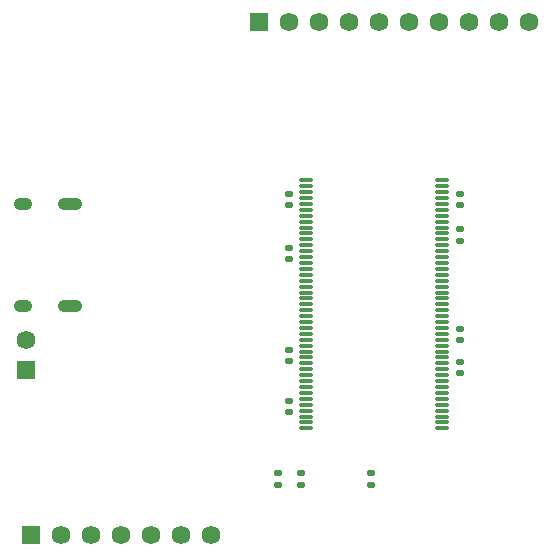
<source format=gbr>
%TF.GenerationSoftware,KiCad,Pcbnew,8.99.0-2608-ga0707285a1*%
%TF.CreationDate,2024-10-22T09:17:45-04:00*%
%TF.ProjectId,shinobi,7368696e-6f62-4692-9e6b-696361645f70,rev?*%
%TF.SameCoordinates,Original*%
%TF.FileFunction,Soldermask,Bot*%
%TF.FilePolarity,Negative*%
%FSLAX46Y46*%
G04 Gerber Fmt 4.6, Leading zero omitted, Abs format (unit mm)*
G04 Created by KiCad (PCBNEW 8.99.0-2608-ga0707285a1) date 2024-10-22 09:17:45*
%MOMM*%
%LPD*%
G01*
G04 APERTURE LIST*
G04 Aperture macros list*
%AMRoundRect*
0 Rectangle with rounded corners*
0 $1 Rounding radius*
0 $2 $3 $4 $5 $6 $7 $8 $9 X,Y pos of 4 corners*
0 Add a 4 corners polygon primitive as box body*
4,1,4,$2,$3,$4,$5,$6,$7,$8,$9,$2,$3,0*
0 Add four circle primitives for the rounded corners*
1,1,$1+$1,$2,$3*
1,1,$1+$1,$4,$5*
1,1,$1+$1,$6,$7*
1,1,$1+$1,$8,$9*
0 Add four rect primitives between the rounded corners*
20,1,$1+$1,$2,$3,$4,$5,0*
20,1,$1+$1,$4,$5,$6,$7,0*
20,1,$1+$1,$6,$7,$8,$9,0*
20,1,$1+$1,$8,$9,$2,$3,0*%
G04 Aperture macros list end*
%ADD10R,1.584000X1.584000*%
%ADD11C,1.584000*%
%ADD12RoundRect,0.500000X-0.300000X-0.000010X0.300000X-0.000010X0.300000X0.000010X-0.300000X0.000010X0*%
%ADD13RoundRect,0.500000X-0.550000X-0.000010X0.550000X-0.000010X0.550000X0.000010X-0.550000X0.000010X0*%
%ADD14RoundRect,0.140000X0.170000X-0.140000X0.170000X0.140000X-0.170000X0.140000X-0.170000X-0.140000X0*%
%ADD15RoundRect,0.140000X-0.170000X0.140000X-0.170000X-0.140000X0.170000X-0.140000X0.170000X0.140000X0*%
%ADD16RoundRect,0.076200X-0.527050X-0.063500X0.527050X-0.063500X0.527050X0.063500X-0.527050X0.063500X0*%
G04 APERTURE END LIST*
D10*
%TO.C,J3*%
X147830100Y-83291600D03*
D11*
X150370100Y-83291600D03*
X152910100Y-83291600D03*
X155450100Y-83291600D03*
X157990100Y-83291600D03*
X160530100Y-83291600D03*
X163070100Y-83291600D03*
X165610100Y-83291600D03*
X168150100Y-83291600D03*
X170690100Y-83291600D03*
%TD*%
D10*
%TO.C,J1*%
X128124900Y-112697400D03*
D11*
X128124900Y-110157400D03*
%TD*%
D12*
%TO.C,J2*%
X127806450Y-98707400D03*
X127806450Y-107347400D03*
D13*
X131806450Y-98707400D03*
X131806450Y-107347400D03*
%TD*%
D10*
%TO.C,J4*%
X128510100Y-126725600D03*
D11*
X131050100Y-126725600D03*
X133590100Y-126725600D03*
X136130100Y-126725600D03*
X138670100Y-126725600D03*
X141210100Y-126725600D03*
X143750100Y-126725600D03*
%TD*%
D14*
%TO.C,C59*%
X150343100Y-103329600D03*
X150343100Y-102369600D03*
%TD*%
D15*
%TO.C,C62*%
X164801100Y-112023600D03*
X164801100Y-112983600D03*
%TD*%
%TO.C,C58*%
X150343100Y-97797600D03*
X150343100Y-98757600D03*
%TD*%
%TO.C,C35*%
X157268100Y-121482600D03*
X157268100Y-122442600D03*
%TD*%
%TO.C,C63*%
X164801100Y-109223600D03*
X164801100Y-110183600D03*
%TD*%
D14*
%TO.C,C64*%
X164801100Y-101783600D03*
X164801100Y-100823600D03*
%TD*%
%TO.C,C61*%
X150343100Y-116283600D03*
X150343100Y-115323600D03*
%TD*%
D15*
%TO.C,C33*%
X149468100Y-121482600D03*
X149468100Y-122442600D03*
%TD*%
D14*
%TO.C,C65*%
X164801100Y-98783600D03*
X164801100Y-97823600D03*
%TD*%
D15*
%TO.C,C34*%
X151418100Y-121482600D03*
X151418100Y-122442600D03*
%TD*%
%TO.C,C60*%
X150343100Y-111005600D03*
X150343100Y-111965600D03*
%TD*%
D16*
%TO.C,U8*%
X151843100Y-117667600D03*
X151843100Y-117167600D03*
X151843100Y-116667600D03*
X151843100Y-116167600D03*
X151843100Y-115667600D03*
X151843100Y-115167600D03*
X151843100Y-114667600D03*
X151843100Y-114167600D03*
X151843100Y-113667600D03*
X151843100Y-113167600D03*
X151843100Y-112667600D03*
X151843100Y-112167600D03*
X151843100Y-111667600D03*
X151843100Y-111167600D03*
X151843100Y-110667600D03*
X151843100Y-110167600D03*
X151843100Y-109667600D03*
X151843100Y-109167600D03*
X151843100Y-108667600D03*
X151843100Y-108167600D03*
X151843100Y-107667600D03*
X151843100Y-107167600D03*
X151843100Y-106667600D03*
X151843100Y-106167600D03*
X151843100Y-105667600D03*
X151843100Y-105167600D03*
X151843100Y-104667600D03*
X151843100Y-104167600D03*
X151843100Y-103667600D03*
X151843100Y-103167600D03*
X151843100Y-102667600D03*
X151843100Y-102167600D03*
X151843100Y-101667600D03*
X151843100Y-101167600D03*
X151843100Y-100667600D03*
X151843100Y-100167600D03*
X151843100Y-99667600D03*
X151843100Y-99167600D03*
X151843100Y-98667600D03*
X151843100Y-98167600D03*
X151843100Y-97667600D03*
X151843100Y-97167600D03*
X151843100Y-96667600D03*
X163343100Y-96667600D03*
X163343100Y-97167600D03*
X163343100Y-97667600D03*
X163343100Y-98167600D03*
X163343100Y-98667600D03*
X163343100Y-99167600D03*
X163343100Y-99667600D03*
X163343100Y-100167600D03*
X163343100Y-100667600D03*
X163343100Y-101167600D03*
X163343100Y-101667600D03*
X163343100Y-102167600D03*
X163343100Y-102667600D03*
X163343100Y-103167600D03*
X163343100Y-103667600D03*
X163343100Y-104167600D03*
X163343100Y-104667600D03*
X163343100Y-105167600D03*
X163343100Y-105667600D03*
X163343100Y-106167600D03*
X163343100Y-106667600D03*
X163343100Y-107167600D03*
X163343100Y-107667600D03*
X163343100Y-108167600D03*
X163343100Y-108667600D03*
X163343100Y-109167600D03*
X163343100Y-109667600D03*
X163343100Y-110167600D03*
X163343100Y-110667600D03*
X163343100Y-111167600D03*
X163343100Y-111667600D03*
X163343100Y-112167600D03*
X163343100Y-112667600D03*
X163343100Y-113167600D03*
X163343100Y-113667600D03*
X163343100Y-114167600D03*
X163343100Y-114667600D03*
X163343100Y-115167600D03*
X163343100Y-115667600D03*
X163343100Y-116167600D03*
X163343100Y-116667600D03*
X163343100Y-117167600D03*
X163343100Y-117667600D03*
%TD*%
M02*

</source>
